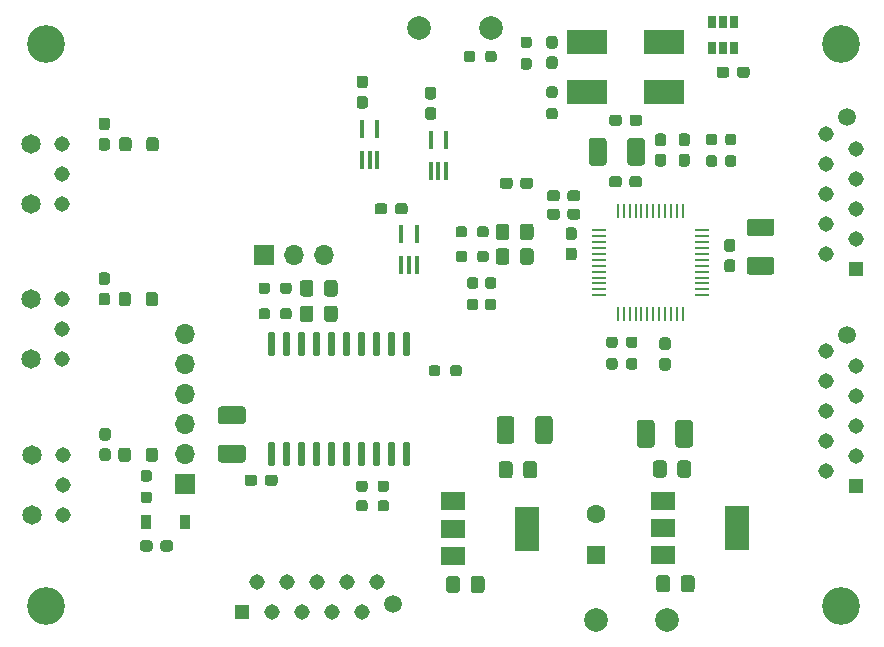
<source format=gbr>
G04 #@! TF.GenerationSoftware,KiCad,Pcbnew,(5.1.10-0-10_14)*
G04 #@! TF.CreationDate,2021-05-14T15:54:12+02:00*
G04 #@! TF.ProjectId,dac,6461632e-6b69-4636-9164-5f7063625858,rev?*
G04 #@! TF.SameCoordinates,Original*
G04 #@! TF.FileFunction,Soldermask,Top*
G04 #@! TF.FilePolarity,Negative*
%FSLAX46Y46*%
G04 Gerber Fmt 4.6, Leading zero omitted, Abs format (unit mm)*
G04 Created by KiCad (PCBNEW (5.1.10-0-10_14)) date 2021-05-14 15:54:12*
%MOMM*%
%LPD*%
G01*
G04 APERTURE LIST*
%ADD10C,1.308000*%
%ADD11C,1.650000*%
%ADD12R,0.400000X1.500000*%
%ADD13C,2.000000*%
%ADD14R,1.308000X1.308000*%
%ADD15C,1.500000*%
%ADD16O,1.700000X1.700000*%
%ADD17R,1.700000X1.700000*%
%ADD18R,0.900000X1.200000*%
%ADD19R,0.650000X1.060000*%
%ADD20R,2.000000X1.500000*%
%ADD21R,2.000000X3.800000*%
%ADD22R,3.500000X2.000000*%
%ADD23C,1.600000*%
%ADD24R,1.600000X1.600000*%
%ADD25C,3.200000*%
%ADD26R,1.300000X0.250000*%
%ADD27R,0.250000X1.300000*%
G04 APERTURE END LIST*
D10*
X115088500Y-96393000D03*
X115088500Y-98933000D03*
X115088500Y-101473000D03*
D11*
X112458500Y-101473000D03*
X112458500Y-96393000D03*
D10*
X115025000Y-83185000D03*
X115025000Y-85725000D03*
X115025000Y-88265000D03*
D11*
X112395000Y-88265000D03*
X112395000Y-83185000D03*
D10*
X115025000Y-70104000D03*
X115025000Y-72644000D03*
X115025000Y-75184000D03*
D11*
X112395000Y-75184000D03*
X112395000Y-70104000D03*
D12*
X143778001Y-77692001D03*
X145078001Y-77692001D03*
X145078001Y-80352001D03*
X144428001Y-80352001D03*
X143778001Y-80352001D03*
G36*
G01*
X122107500Y-96743001D02*
X122107500Y-96042999D01*
G75*
G02*
X122357499Y-95793000I249999J0D01*
G01*
X122907501Y-95793000D01*
G75*
G02*
X123157500Y-96042999I0J-249999D01*
G01*
X123157500Y-96743001D01*
G75*
G02*
X122907501Y-96993000I-249999J0D01*
G01*
X122357499Y-96993000D01*
G75*
G02*
X122107500Y-96743001I0J249999D01*
G01*
G37*
G36*
G01*
X119807500Y-96743001D02*
X119807500Y-96042999D01*
G75*
G02*
X120057499Y-95793000I249999J0D01*
G01*
X120607501Y-95793000D01*
G75*
G02*
X120857500Y-96042999I0J-249999D01*
G01*
X120857500Y-96743001D01*
G75*
G02*
X120607501Y-96993000I-249999J0D01*
G01*
X120057499Y-96993000D01*
G75*
G02*
X119807500Y-96743001I0J249999D01*
G01*
G37*
G36*
G01*
X142576500Y-75327500D02*
X142576500Y-75802500D01*
G75*
G02*
X142339000Y-76040000I-237500J0D01*
G01*
X141739000Y-76040000D01*
G75*
G02*
X141501500Y-75802500I0J237500D01*
G01*
X141501500Y-75327500D01*
G75*
G02*
X141739000Y-75090000I237500J0D01*
G01*
X142339000Y-75090000D01*
G75*
G02*
X142576500Y-75327500I0J-237500D01*
G01*
G37*
G36*
G01*
X144301500Y-75327500D02*
X144301500Y-75802500D01*
G75*
G02*
X144064000Y-76040000I-237500J0D01*
G01*
X143464000Y-76040000D01*
G75*
G02*
X143226500Y-75802500I0J237500D01*
G01*
X143226500Y-75327500D01*
G75*
G02*
X143464000Y-75090000I237500J0D01*
G01*
X144064000Y-75090000D01*
G75*
G02*
X144301500Y-75327500I0J-237500D01*
G01*
G37*
G36*
G01*
X118444000Y-95855500D02*
X118919000Y-95855500D01*
G75*
G02*
X119156500Y-96093000I0J-237500D01*
G01*
X119156500Y-96693000D01*
G75*
G02*
X118919000Y-96930500I-237500J0D01*
G01*
X118444000Y-96930500D01*
G75*
G02*
X118206500Y-96693000I0J237500D01*
G01*
X118206500Y-96093000D01*
G75*
G02*
X118444000Y-95855500I237500J0D01*
G01*
G37*
G36*
G01*
X118444000Y-94130500D02*
X118919000Y-94130500D01*
G75*
G02*
X119156500Y-94368000I0J-237500D01*
G01*
X119156500Y-94968000D01*
G75*
G02*
X118919000Y-95205500I-237500J0D01*
G01*
X118444000Y-95205500D01*
G75*
G02*
X118206500Y-94968000I0J237500D01*
G01*
X118206500Y-94368000D01*
G75*
G02*
X118444000Y-94130500I237500J0D01*
G01*
G37*
G36*
G01*
X150856500Y-62912000D02*
X150856500Y-62437000D01*
G75*
G02*
X151094000Y-62199500I237500J0D01*
G01*
X151594000Y-62199500D01*
G75*
G02*
X151831500Y-62437000I0J-237500D01*
G01*
X151831500Y-62912000D01*
G75*
G02*
X151594000Y-63149500I-237500J0D01*
G01*
X151094000Y-63149500D01*
G75*
G02*
X150856500Y-62912000I0J237500D01*
G01*
G37*
G36*
G01*
X149031500Y-62912000D02*
X149031500Y-62437000D01*
G75*
G02*
X149269000Y-62199500I237500J0D01*
G01*
X149769000Y-62199500D01*
G75*
G02*
X150006500Y-62437000I0J-237500D01*
G01*
X150006500Y-62912000D01*
G75*
G02*
X149769000Y-63149500I-237500J0D01*
G01*
X149269000Y-63149500D01*
G75*
G02*
X149031500Y-62912000I0J237500D01*
G01*
G37*
D13*
X145288000Y-60261500D03*
X151320500Y-60261500D03*
G36*
G01*
X153831000Y-73643500D02*
X153831000Y-73168500D01*
G75*
G02*
X154068500Y-72931000I237500J0D01*
G01*
X154668500Y-72931000D01*
G75*
G02*
X154906000Y-73168500I0J-237500D01*
G01*
X154906000Y-73643500D01*
G75*
G02*
X154668500Y-73881000I-237500J0D01*
G01*
X154068500Y-73881000D01*
G75*
G02*
X153831000Y-73643500I0J237500D01*
G01*
G37*
G36*
G01*
X152106000Y-73643500D02*
X152106000Y-73168500D01*
G75*
G02*
X152343500Y-72931000I237500J0D01*
G01*
X152943500Y-72931000D01*
G75*
G02*
X153181000Y-73168500I0J-237500D01*
G01*
X153181000Y-73643500D01*
G75*
G02*
X152943500Y-73881000I-237500J0D01*
G01*
X152343500Y-73881000D01*
G75*
G02*
X152106000Y-73643500I0J237500D01*
G01*
G37*
G36*
G01*
X157831500Y-74710300D02*
X157831500Y-74235300D01*
G75*
G02*
X158069000Y-73997800I237500J0D01*
G01*
X158669000Y-73997800D01*
G75*
G02*
X158906500Y-74235300I0J-237500D01*
G01*
X158906500Y-74710300D01*
G75*
G02*
X158669000Y-74947800I-237500J0D01*
G01*
X158069000Y-74947800D01*
G75*
G02*
X157831500Y-74710300I0J237500D01*
G01*
G37*
G36*
G01*
X156106500Y-74710300D02*
X156106500Y-74235300D01*
G75*
G02*
X156344000Y-73997800I237500J0D01*
G01*
X156944000Y-73997800D01*
G75*
G02*
X157181500Y-74235300I0J-237500D01*
G01*
X157181500Y-74710300D01*
G75*
G02*
X156944000Y-74947800I-237500J0D01*
G01*
X156344000Y-74947800D01*
G75*
G02*
X156106500Y-74710300I0J237500D01*
G01*
G37*
G36*
G01*
X157829300Y-76259700D02*
X157829300Y-75784700D01*
G75*
G02*
X158066800Y-75547200I237500J0D01*
G01*
X158666800Y-75547200D01*
G75*
G02*
X158904300Y-75784700I0J-237500D01*
G01*
X158904300Y-76259700D01*
G75*
G02*
X158666800Y-76497200I-237500J0D01*
G01*
X158066800Y-76497200D01*
G75*
G02*
X157829300Y-76259700I0J237500D01*
G01*
G37*
G36*
G01*
X156104300Y-76259700D02*
X156104300Y-75784700D01*
G75*
G02*
X156341800Y-75547200I237500J0D01*
G01*
X156941800Y-75547200D01*
G75*
G02*
X157179300Y-75784700I0J-237500D01*
G01*
X157179300Y-76259700D01*
G75*
G02*
X156941800Y-76497200I-237500J0D01*
G01*
X156341800Y-76497200D01*
G75*
G02*
X156104300Y-76259700I0J237500D01*
G01*
G37*
D14*
X130238500Y-109728000D03*
D10*
X131508500Y-107188000D03*
X132778500Y-109728000D03*
X134048500Y-107188000D03*
X135318500Y-109728000D03*
X136588500Y-107188000D03*
X137858500Y-109728000D03*
X139128500Y-107188000D03*
X140398500Y-109728000D03*
X141668500Y-107188000D03*
D15*
X143068500Y-108988000D03*
D14*
X182245000Y-99060000D03*
D10*
X179705000Y-97790000D03*
X182245000Y-96520000D03*
X179705000Y-95250000D03*
X182245000Y-93980000D03*
X179705000Y-92710000D03*
X182245000Y-91440000D03*
X179705000Y-90170000D03*
X182245000Y-88900000D03*
X179705000Y-87630000D03*
D15*
X181505000Y-86230000D03*
D14*
X182245000Y-80645000D03*
D10*
X179705000Y-79375000D03*
X182245000Y-78105000D03*
X179705000Y-76835000D03*
X182245000Y-75565000D03*
X179705000Y-74295000D03*
X182245000Y-73025000D03*
X179705000Y-71755000D03*
X182245000Y-70485000D03*
X179705000Y-69215000D03*
D15*
X181505000Y-67815000D03*
G36*
G01*
X147062000Y-89043500D02*
X147062000Y-89518500D01*
G75*
G02*
X146824500Y-89756000I-237500J0D01*
G01*
X146324500Y-89756000D01*
G75*
G02*
X146087000Y-89518500I0J237500D01*
G01*
X146087000Y-89043500D01*
G75*
G02*
X146324500Y-88806000I237500J0D01*
G01*
X146824500Y-88806000D01*
G75*
G02*
X147062000Y-89043500I0J-237500D01*
G01*
G37*
G36*
G01*
X148887000Y-89043500D02*
X148887000Y-89518500D01*
G75*
G02*
X148649500Y-89756000I-237500J0D01*
G01*
X148149500Y-89756000D01*
G75*
G02*
X147912000Y-89518500I0J237500D01*
G01*
X147912000Y-89043500D01*
G75*
G02*
X148149500Y-88806000I237500J0D01*
G01*
X148649500Y-88806000D01*
G75*
G02*
X148887000Y-89043500I0J-237500D01*
G01*
G37*
G36*
G01*
X121936500Y-99508500D02*
X122411500Y-99508500D01*
G75*
G02*
X122649000Y-99746000I0J-237500D01*
G01*
X122649000Y-100246000D01*
G75*
G02*
X122411500Y-100483500I-237500J0D01*
G01*
X121936500Y-100483500D01*
G75*
G02*
X121699000Y-100246000I0J237500D01*
G01*
X121699000Y-99746000D01*
G75*
G02*
X121936500Y-99508500I237500J0D01*
G01*
G37*
G36*
G01*
X121936500Y-97683500D02*
X122411500Y-97683500D01*
G75*
G02*
X122649000Y-97921000I0J-237500D01*
G01*
X122649000Y-98421000D01*
G75*
G02*
X122411500Y-98658500I-237500J0D01*
G01*
X121936500Y-98658500D01*
G75*
G02*
X121699000Y-98421000I0J237500D01*
G01*
X121699000Y-97921000D01*
G75*
G02*
X121936500Y-97683500I237500J0D01*
G01*
G37*
D16*
X137223500Y-79438500D03*
X134683500Y-79438500D03*
D17*
X132143500Y-79438500D03*
D18*
X122176000Y-102044500D03*
X125476000Y-102044500D03*
G36*
G01*
X123361500Y-104352100D02*
X123361500Y-103877100D01*
G75*
G02*
X123599000Y-103639600I237500J0D01*
G01*
X124199000Y-103639600D01*
G75*
G02*
X124436500Y-103877100I0J-237500D01*
G01*
X124436500Y-104352100D01*
G75*
G02*
X124199000Y-104589600I-237500J0D01*
G01*
X123599000Y-104589600D01*
G75*
G02*
X123361500Y-104352100I0J237500D01*
G01*
G37*
G36*
G01*
X121636500Y-104352100D02*
X121636500Y-103877100D01*
G75*
G02*
X121874000Y-103639600I237500J0D01*
G01*
X122474000Y-103639600D01*
G75*
G02*
X122711500Y-103877100I0J-237500D01*
G01*
X122711500Y-104352100D01*
G75*
G02*
X122474000Y-104589600I-237500J0D01*
G01*
X121874000Y-104589600D01*
G75*
G02*
X121636500Y-104352100I0J237500D01*
G01*
G37*
G36*
G01*
X122120200Y-83560401D02*
X122120200Y-82860399D01*
G75*
G02*
X122370199Y-82610400I249999J0D01*
G01*
X122920201Y-82610400D01*
G75*
G02*
X123170200Y-82860399I0J-249999D01*
G01*
X123170200Y-83560401D01*
G75*
G02*
X122920201Y-83810400I-249999J0D01*
G01*
X122370199Y-83810400D01*
G75*
G02*
X122120200Y-83560401I0J249999D01*
G01*
G37*
G36*
G01*
X119820200Y-83560401D02*
X119820200Y-82860399D01*
G75*
G02*
X120070199Y-82610400I249999J0D01*
G01*
X120620201Y-82610400D01*
G75*
G02*
X120870200Y-82860399I0J-249999D01*
G01*
X120870200Y-83560401D01*
G75*
G02*
X120620201Y-83810400I-249999J0D01*
G01*
X120070199Y-83810400D01*
G75*
G02*
X119820200Y-83560401I0J249999D01*
G01*
G37*
G36*
G01*
X122171000Y-70454001D02*
X122171000Y-69753999D01*
G75*
G02*
X122420999Y-69504000I249999J0D01*
G01*
X122971001Y-69504000D01*
G75*
G02*
X123221000Y-69753999I0J-249999D01*
G01*
X123221000Y-70454001D01*
G75*
G02*
X122971001Y-70704000I-249999J0D01*
G01*
X122420999Y-70704000D01*
G75*
G02*
X122171000Y-70454001I0J249999D01*
G01*
G37*
G36*
G01*
X119871000Y-70454001D02*
X119871000Y-69753999D01*
G75*
G02*
X120120999Y-69504000I249999J0D01*
G01*
X120671001Y-69504000D01*
G75*
G02*
X120921000Y-69753999I0J-249999D01*
G01*
X120921000Y-70454001D01*
G75*
G02*
X120671001Y-70704000I-249999J0D01*
G01*
X120120999Y-70704000D01*
G75*
G02*
X119871000Y-70454001I0J249999D01*
G01*
G37*
G36*
G01*
X141752500Y-100948500D02*
X141752500Y-100473500D01*
G75*
G02*
X141990000Y-100236000I237500J0D01*
G01*
X142490000Y-100236000D01*
G75*
G02*
X142727500Y-100473500I0J-237500D01*
G01*
X142727500Y-100948500D01*
G75*
G02*
X142490000Y-101186000I-237500J0D01*
G01*
X141990000Y-101186000D01*
G75*
G02*
X141752500Y-100948500I0J237500D01*
G01*
G37*
G36*
G01*
X139927500Y-100948500D02*
X139927500Y-100473500D01*
G75*
G02*
X140165000Y-100236000I237500J0D01*
G01*
X140665000Y-100236000D01*
G75*
G02*
X140902500Y-100473500I0J-237500D01*
G01*
X140902500Y-100948500D01*
G75*
G02*
X140665000Y-101186000I-237500J0D01*
G01*
X140165000Y-101186000D01*
G75*
G02*
X139927500Y-100948500I0J237500D01*
G01*
G37*
G36*
G01*
X141752500Y-99297500D02*
X141752500Y-98822500D01*
G75*
G02*
X141990000Y-98585000I237500J0D01*
G01*
X142490000Y-98585000D01*
G75*
G02*
X142727500Y-98822500I0J-237500D01*
G01*
X142727500Y-99297500D01*
G75*
G02*
X142490000Y-99535000I-237500J0D01*
G01*
X141990000Y-99535000D01*
G75*
G02*
X141752500Y-99297500I0J237500D01*
G01*
G37*
G36*
G01*
X139927500Y-99297500D02*
X139927500Y-98822500D01*
G75*
G02*
X140165000Y-98585000I237500J0D01*
G01*
X140665000Y-98585000D01*
G75*
G02*
X140902500Y-98822500I0J-237500D01*
G01*
X140902500Y-99297500D01*
G75*
G02*
X140665000Y-99535000I-237500J0D01*
G01*
X140165000Y-99535000D01*
G75*
G02*
X139927500Y-99297500I0J237500D01*
G01*
G37*
G36*
G01*
X133497500Y-84692500D02*
X133497500Y-84217500D01*
G75*
G02*
X133735000Y-83980000I237500J0D01*
G01*
X134235000Y-83980000D01*
G75*
G02*
X134472500Y-84217500I0J-237500D01*
G01*
X134472500Y-84692500D01*
G75*
G02*
X134235000Y-84930000I-237500J0D01*
G01*
X133735000Y-84930000D01*
G75*
G02*
X133497500Y-84692500I0J237500D01*
G01*
G37*
G36*
G01*
X131672500Y-84692500D02*
X131672500Y-84217500D01*
G75*
G02*
X131910000Y-83980000I237500J0D01*
G01*
X132410000Y-83980000D01*
G75*
G02*
X132647500Y-84217500I0J-237500D01*
G01*
X132647500Y-84692500D01*
G75*
G02*
X132410000Y-84930000I-237500J0D01*
G01*
X131910000Y-84930000D01*
G75*
G02*
X131672500Y-84692500I0J237500D01*
G01*
G37*
G36*
G01*
X133497500Y-82533500D02*
X133497500Y-82058500D01*
G75*
G02*
X133735000Y-81821000I237500J0D01*
G01*
X134235000Y-81821000D01*
G75*
G02*
X134472500Y-82058500I0J-237500D01*
G01*
X134472500Y-82533500D01*
G75*
G02*
X134235000Y-82771000I-237500J0D01*
G01*
X133735000Y-82771000D01*
G75*
G02*
X133497500Y-82533500I0J237500D01*
G01*
G37*
G36*
G01*
X131672500Y-82533500D02*
X131672500Y-82058500D01*
G75*
G02*
X131910000Y-81821000I237500J0D01*
G01*
X132410000Y-81821000D01*
G75*
G02*
X132647500Y-82058500I0J-237500D01*
G01*
X132647500Y-82533500D01*
G75*
G02*
X132410000Y-82771000I-237500J0D01*
G01*
X131910000Y-82771000D01*
G75*
G02*
X131672500Y-82533500I0J237500D01*
G01*
G37*
G36*
G01*
X136320000Y-84004999D02*
X136320000Y-84905001D01*
G75*
G02*
X136070001Y-85155000I-249999J0D01*
G01*
X135419999Y-85155000D01*
G75*
G02*
X135170000Y-84905001I0J249999D01*
G01*
X135170000Y-84004999D01*
G75*
G02*
X135419999Y-83755000I249999J0D01*
G01*
X136070001Y-83755000D01*
G75*
G02*
X136320000Y-84004999I0J-249999D01*
G01*
G37*
G36*
G01*
X138370000Y-84004999D02*
X138370000Y-84905001D01*
G75*
G02*
X138120001Y-85155000I-249999J0D01*
G01*
X137469999Y-85155000D01*
G75*
G02*
X137220000Y-84905001I0J249999D01*
G01*
X137220000Y-84004999D01*
G75*
G02*
X137469999Y-83755000I249999J0D01*
G01*
X138120001Y-83755000D01*
G75*
G02*
X138370000Y-84004999I0J-249999D01*
G01*
G37*
G36*
G01*
X136320000Y-81845999D02*
X136320000Y-82746001D01*
G75*
G02*
X136070001Y-82996000I-249999J0D01*
G01*
X135419999Y-82996000D01*
G75*
G02*
X135170000Y-82746001I0J249999D01*
G01*
X135170000Y-81845999D01*
G75*
G02*
X135419999Y-81596000I249999J0D01*
G01*
X136070001Y-81596000D01*
G75*
G02*
X136320000Y-81845999I0J-249999D01*
G01*
G37*
G36*
G01*
X138370000Y-81845999D02*
X138370000Y-82746001D01*
G75*
G02*
X138120001Y-82996000I-249999J0D01*
G01*
X137469999Y-82996000D01*
G75*
G02*
X137220000Y-82746001I0J249999D01*
G01*
X137220000Y-81845999D01*
G75*
G02*
X137469999Y-81596000I249999J0D01*
G01*
X138120001Y-81596000D01*
G75*
G02*
X138370000Y-81845999I0J-249999D01*
G01*
G37*
G36*
G01*
X163089300Y-68309500D02*
X163089300Y-67834500D01*
G75*
G02*
X163326800Y-67597000I237500J0D01*
G01*
X163926800Y-67597000D01*
G75*
G02*
X164164300Y-67834500I0J-237500D01*
G01*
X164164300Y-68309500D01*
G75*
G02*
X163926800Y-68547000I-237500J0D01*
G01*
X163326800Y-68547000D01*
G75*
G02*
X163089300Y-68309500I0J237500D01*
G01*
G37*
G36*
G01*
X161364300Y-68309500D02*
X161364300Y-67834500D01*
G75*
G02*
X161601800Y-67597000I237500J0D01*
G01*
X162201800Y-67597000D01*
G75*
G02*
X162439300Y-67834500I0J-237500D01*
G01*
X162439300Y-68309500D01*
G75*
G02*
X162201800Y-68547000I-237500J0D01*
G01*
X161601800Y-68547000D01*
G75*
G02*
X161364300Y-68309500I0J237500D01*
G01*
G37*
D12*
X146240500Y-69730000D03*
X147540500Y-69730000D03*
X147540500Y-72390000D03*
X146890500Y-72390000D03*
X146240500Y-72390000D03*
X140447000Y-68790200D03*
X141747000Y-68790200D03*
X141747000Y-71450200D03*
X141097000Y-71450200D03*
X140447000Y-71450200D03*
G36*
G01*
X146478000Y-66313000D02*
X146003000Y-66313000D01*
G75*
G02*
X145765500Y-66075500I0J237500D01*
G01*
X145765500Y-65475500D01*
G75*
G02*
X146003000Y-65238000I237500J0D01*
G01*
X146478000Y-65238000D01*
G75*
G02*
X146715500Y-65475500I0J-237500D01*
G01*
X146715500Y-66075500D01*
G75*
G02*
X146478000Y-66313000I-237500J0D01*
G01*
G37*
G36*
G01*
X146478000Y-68038000D02*
X146003000Y-68038000D01*
G75*
G02*
X145765500Y-67800500I0J237500D01*
G01*
X145765500Y-67200500D01*
G75*
G02*
X146003000Y-66963000I237500J0D01*
G01*
X146478000Y-66963000D01*
G75*
G02*
X146715500Y-67200500I0J-237500D01*
G01*
X146715500Y-67800500D01*
G75*
G02*
X146478000Y-68038000I-237500J0D01*
G01*
G37*
G36*
G01*
X140699500Y-65360500D02*
X140224500Y-65360500D01*
G75*
G02*
X139987000Y-65123000I0J237500D01*
G01*
X139987000Y-64523000D01*
G75*
G02*
X140224500Y-64285500I237500J0D01*
G01*
X140699500Y-64285500D01*
G75*
G02*
X140937000Y-64523000I0J-237500D01*
G01*
X140937000Y-65123000D01*
G75*
G02*
X140699500Y-65360500I-237500J0D01*
G01*
G37*
G36*
G01*
X140699500Y-67085500D02*
X140224500Y-67085500D01*
G75*
G02*
X139987000Y-66848000I0J237500D01*
G01*
X139987000Y-66248000D01*
G75*
G02*
X140224500Y-66010500I237500J0D01*
G01*
X140699500Y-66010500D01*
G75*
G02*
X140937000Y-66248000I0J-237500D01*
G01*
X140937000Y-66848000D01*
G75*
G02*
X140699500Y-67085500I-237500J0D01*
G01*
G37*
D19*
X170977600Y-61925200D03*
X171927600Y-61925200D03*
X170027600Y-61925200D03*
X170027600Y-59725200D03*
X170977600Y-59725200D03*
X171927600Y-59725200D03*
G36*
G01*
X171530300Y-63770500D02*
X171530300Y-64245500D01*
G75*
G02*
X171292800Y-64483000I-237500J0D01*
G01*
X170692800Y-64483000D01*
G75*
G02*
X170455300Y-64245500I0J237500D01*
G01*
X170455300Y-63770500D01*
G75*
G02*
X170692800Y-63533000I237500J0D01*
G01*
X171292800Y-63533000D01*
G75*
G02*
X171530300Y-63770500I0J-237500D01*
G01*
G37*
G36*
G01*
X173255300Y-63770500D02*
X173255300Y-64245500D01*
G75*
G02*
X173017800Y-64483000I-237500J0D01*
G01*
X172417800Y-64483000D01*
G75*
G02*
X172180300Y-64245500I0J237500D01*
G01*
X172180300Y-63770500D01*
G75*
G02*
X172417800Y-63533000I237500J0D01*
G01*
X173017800Y-63533000D01*
G75*
G02*
X173255300Y-63770500I0J-237500D01*
G01*
G37*
G36*
G01*
X156752300Y-66171900D02*
X156277300Y-66171900D01*
G75*
G02*
X156039800Y-65934400I0J237500D01*
G01*
X156039800Y-65434400D01*
G75*
G02*
X156277300Y-65196900I237500J0D01*
G01*
X156752300Y-65196900D01*
G75*
G02*
X156989800Y-65434400I0J-237500D01*
G01*
X156989800Y-65934400D01*
G75*
G02*
X156752300Y-66171900I-237500J0D01*
G01*
G37*
G36*
G01*
X156752300Y-67996900D02*
X156277300Y-67996900D01*
G75*
G02*
X156039800Y-67759400I0J237500D01*
G01*
X156039800Y-67259400D01*
G75*
G02*
X156277300Y-67021900I237500J0D01*
G01*
X156752300Y-67021900D01*
G75*
G02*
X156989800Y-67259400I0J-237500D01*
G01*
X156989800Y-67759400D01*
G75*
G02*
X156752300Y-67996900I-237500J0D01*
G01*
G37*
G36*
G01*
X154567900Y-61955500D02*
X154092900Y-61955500D01*
G75*
G02*
X153855400Y-61718000I0J237500D01*
G01*
X153855400Y-61218000D01*
G75*
G02*
X154092900Y-60980500I237500J0D01*
G01*
X154567900Y-60980500D01*
G75*
G02*
X154805400Y-61218000I0J-237500D01*
G01*
X154805400Y-61718000D01*
G75*
G02*
X154567900Y-61955500I-237500J0D01*
G01*
G37*
G36*
G01*
X154567900Y-63780500D02*
X154092900Y-63780500D01*
G75*
G02*
X153855400Y-63543000I0J237500D01*
G01*
X153855400Y-63043000D01*
G75*
G02*
X154092900Y-62805500I237500J0D01*
G01*
X154567900Y-62805500D01*
G75*
G02*
X154805400Y-63043000I0J-237500D01*
G01*
X154805400Y-63543000D01*
G75*
G02*
X154567900Y-63780500I-237500J0D01*
G01*
G37*
G36*
G01*
X170265100Y-70188900D02*
X169790100Y-70188900D01*
G75*
G02*
X169552600Y-69951400I0J237500D01*
G01*
X169552600Y-69451400D01*
G75*
G02*
X169790100Y-69213900I237500J0D01*
G01*
X170265100Y-69213900D01*
G75*
G02*
X170502600Y-69451400I0J-237500D01*
G01*
X170502600Y-69951400D01*
G75*
G02*
X170265100Y-70188900I-237500J0D01*
G01*
G37*
G36*
G01*
X170265100Y-72013900D02*
X169790100Y-72013900D01*
G75*
G02*
X169552600Y-71776400I0J237500D01*
G01*
X169552600Y-71276400D01*
G75*
G02*
X169790100Y-71038900I237500J0D01*
G01*
X170265100Y-71038900D01*
G75*
G02*
X170502600Y-71276400I0J-237500D01*
G01*
X170502600Y-71776400D01*
G75*
G02*
X170265100Y-72013900I-237500J0D01*
G01*
G37*
G36*
G01*
X171890700Y-70188900D02*
X171415700Y-70188900D01*
G75*
G02*
X171178200Y-69951400I0J237500D01*
G01*
X171178200Y-69451400D01*
G75*
G02*
X171415700Y-69213900I237500J0D01*
G01*
X171890700Y-69213900D01*
G75*
G02*
X172128200Y-69451400I0J-237500D01*
G01*
X172128200Y-69951400D01*
G75*
G02*
X171890700Y-70188900I-237500J0D01*
G01*
G37*
G36*
G01*
X171890700Y-72013900D02*
X171415700Y-72013900D01*
G75*
G02*
X171178200Y-71776400I0J237500D01*
G01*
X171178200Y-71276400D01*
G75*
G02*
X171415700Y-71038900I237500J0D01*
G01*
X171890700Y-71038900D01*
G75*
G02*
X172128200Y-71276400I0J-237500D01*
G01*
X172128200Y-71776400D01*
G75*
G02*
X171890700Y-72013900I-237500J0D01*
G01*
G37*
G36*
G01*
X161357300Y-88205500D02*
X161832300Y-88205500D01*
G75*
G02*
X162069800Y-88443000I0J-237500D01*
G01*
X162069800Y-88943000D01*
G75*
G02*
X161832300Y-89180500I-237500J0D01*
G01*
X161357300Y-89180500D01*
G75*
G02*
X161119800Y-88943000I0J237500D01*
G01*
X161119800Y-88443000D01*
G75*
G02*
X161357300Y-88205500I237500J0D01*
G01*
G37*
G36*
G01*
X161357300Y-86380500D02*
X161832300Y-86380500D01*
G75*
G02*
X162069800Y-86618000I0J-237500D01*
G01*
X162069800Y-87118000D01*
G75*
G02*
X161832300Y-87355500I-237500J0D01*
G01*
X161357300Y-87355500D01*
G75*
G02*
X161119800Y-87118000I0J237500D01*
G01*
X161119800Y-86618000D01*
G75*
G02*
X161357300Y-86380500I237500J0D01*
G01*
G37*
G36*
G01*
X163033700Y-88205500D02*
X163508700Y-88205500D01*
G75*
G02*
X163746200Y-88443000I0J-237500D01*
G01*
X163746200Y-88943000D01*
G75*
G02*
X163508700Y-89180500I-237500J0D01*
G01*
X163033700Y-89180500D01*
G75*
G02*
X162796200Y-88943000I0J237500D01*
G01*
X162796200Y-88443000D01*
G75*
G02*
X163033700Y-88205500I237500J0D01*
G01*
G37*
G36*
G01*
X163033700Y-86380500D02*
X163508700Y-86380500D01*
G75*
G02*
X163746200Y-86618000I0J-237500D01*
G01*
X163746200Y-87118000D01*
G75*
G02*
X163508700Y-87355500I-237500J0D01*
G01*
X163033700Y-87355500D01*
G75*
G02*
X162796200Y-87118000I0J237500D01*
G01*
X162796200Y-86618000D01*
G75*
G02*
X163033700Y-86380500I237500J0D01*
G01*
G37*
G36*
G01*
X150185300Y-77758300D02*
X150185300Y-77283300D01*
G75*
G02*
X150422800Y-77045800I237500J0D01*
G01*
X150922800Y-77045800D01*
G75*
G02*
X151160300Y-77283300I0J-237500D01*
G01*
X151160300Y-77758300D01*
G75*
G02*
X150922800Y-77995800I-237500J0D01*
G01*
X150422800Y-77995800D01*
G75*
G02*
X150185300Y-77758300I0J237500D01*
G01*
G37*
G36*
G01*
X148360300Y-77758300D02*
X148360300Y-77283300D01*
G75*
G02*
X148597800Y-77045800I237500J0D01*
G01*
X149097800Y-77045800D01*
G75*
G02*
X149335300Y-77283300I0J-237500D01*
G01*
X149335300Y-77758300D01*
G75*
G02*
X149097800Y-77995800I-237500J0D01*
G01*
X148597800Y-77995800D01*
G75*
G02*
X148360300Y-77758300I0J237500D01*
G01*
G37*
G36*
G01*
X150181500Y-79841100D02*
X150181500Y-79366100D01*
G75*
G02*
X150419000Y-79128600I237500J0D01*
G01*
X150919000Y-79128600D01*
G75*
G02*
X151156500Y-79366100I0J-237500D01*
G01*
X151156500Y-79841100D01*
G75*
G02*
X150919000Y-80078600I-237500J0D01*
G01*
X150419000Y-80078600D01*
G75*
G02*
X150181500Y-79841100I0J237500D01*
G01*
G37*
G36*
G01*
X148356500Y-79841100D02*
X148356500Y-79366100D01*
G75*
G02*
X148594000Y-79128600I237500J0D01*
G01*
X149094000Y-79128600D01*
G75*
G02*
X149331500Y-79366100I0J-237500D01*
G01*
X149331500Y-79841100D01*
G75*
G02*
X149094000Y-80078600I-237500J0D01*
G01*
X148594000Y-80078600D01*
G75*
G02*
X148356500Y-79841100I0J237500D01*
G01*
G37*
D13*
X166243000Y-110363000D03*
X160210500Y-110363000D03*
G36*
G01*
X149559000Y-83189000D02*
X150034000Y-83189000D01*
G75*
G02*
X150271500Y-83426500I0J-237500D01*
G01*
X150271500Y-83926500D01*
G75*
G02*
X150034000Y-84164000I-237500J0D01*
G01*
X149559000Y-84164000D01*
G75*
G02*
X149321500Y-83926500I0J237500D01*
G01*
X149321500Y-83426500D01*
G75*
G02*
X149559000Y-83189000I237500J0D01*
G01*
G37*
G36*
G01*
X149559000Y-81364000D02*
X150034000Y-81364000D01*
G75*
G02*
X150271500Y-81601500I0J-237500D01*
G01*
X150271500Y-82101500D01*
G75*
G02*
X150034000Y-82339000I-237500J0D01*
G01*
X149559000Y-82339000D01*
G75*
G02*
X149321500Y-82101500I0J237500D01*
G01*
X149321500Y-81601500D01*
G75*
G02*
X149559000Y-81364000I237500J0D01*
G01*
G37*
G36*
G01*
X151083000Y-83189000D02*
X151558000Y-83189000D01*
G75*
G02*
X151795500Y-83426500I0J-237500D01*
G01*
X151795500Y-83926500D01*
G75*
G02*
X151558000Y-84164000I-237500J0D01*
G01*
X151083000Y-84164000D01*
G75*
G02*
X150845500Y-83926500I0J237500D01*
G01*
X150845500Y-83426500D01*
G75*
G02*
X151083000Y-83189000I237500J0D01*
G01*
G37*
G36*
G01*
X151083000Y-81364000D02*
X151558000Y-81364000D01*
G75*
G02*
X151795500Y-81601500I0J-237500D01*
G01*
X151795500Y-82101500D01*
G75*
G02*
X151558000Y-82339000I-237500J0D01*
G01*
X151083000Y-82339000D01*
G75*
G02*
X150845500Y-82101500I0J237500D01*
G01*
X150845500Y-81601500D01*
G75*
G02*
X151083000Y-81364000I237500J0D01*
G01*
G37*
G36*
G01*
X166328100Y-87532500D02*
X165853100Y-87532500D01*
G75*
G02*
X165615600Y-87295000I0J237500D01*
G01*
X165615600Y-86695000D01*
G75*
G02*
X165853100Y-86457500I237500J0D01*
G01*
X166328100Y-86457500D01*
G75*
G02*
X166565600Y-86695000I0J-237500D01*
G01*
X166565600Y-87295000D01*
G75*
G02*
X166328100Y-87532500I-237500J0D01*
G01*
G37*
G36*
G01*
X166328100Y-89257500D02*
X165853100Y-89257500D01*
G75*
G02*
X165615600Y-89020000I0J237500D01*
G01*
X165615600Y-88420000D01*
G75*
G02*
X165853100Y-88182500I237500J0D01*
G01*
X166328100Y-88182500D01*
G75*
G02*
X166565600Y-88420000I0J-237500D01*
G01*
X166565600Y-89020000D01*
G75*
G02*
X166328100Y-89257500I-237500J0D01*
G01*
G37*
G36*
G01*
X157902900Y-78860700D02*
X158377900Y-78860700D01*
G75*
G02*
X158615400Y-79098200I0J-237500D01*
G01*
X158615400Y-79698200D01*
G75*
G02*
X158377900Y-79935700I-237500J0D01*
G01*
X157902900Y-79935700D01*
G75*
G02*
X157665400Y-79698200I0J237500D01*
G01*
X157665400Y-79098200D01*
G75*
G02*
X157902900Y-78860700I237500J0D01*
G01*
G37*
G36*
G01*
X157902900Y-77135700D02*
X158377900Y-77135700D01*
G75*
G02*
X158615400Y-77373200I0J-237500D01*
G01*
X158615400Y-77973200D01*
G75*
G02*
X158377900Y-78210700I-237500J0D01*
G01*
X157902900Y-78210700D01*
G75*
G02*
X157665400Y-77973200I0J237500D01*
G01*
X157665400Y-77373200D01*
G75*
G02*
X157902900Y-77135700I237500J0D01*
G01*
G37*
G36*
G01*
X163075500Y-73516500D02*
X163075500Y-73041500D01*
G75*
G02*
X163313000Y-72804000I237500J0D01*
G01*
X163913000Y-72804000D01*
G75*
G02*
X164150500Y-73041500I0J-237500D01*
G01*
X164150500Y-73516500D01*
G75*
G02*
X163913000Y-73754000I-237500J0D01*
G01*
X163313000Y-73754000D01*
G75*
G02*
X163075500Y-73516500I0J237500D01*
G01*
G37*
G36*
G01*
X161350500Y-73516500D02*
X161350500Y-73041500D01*
G75*
G02*
X161588000Y-72804000I237500J0D01*
G01*
X162188000Y-72804000D01*
G75*
G02*
X162425500Y-73041500I0J-237500D01*
G01*
X162425500Y-73516500D01*
G75*
G02*
X162188000Y-73754000I-237500J0D01*
G01*
X161588000Y-73754000D01*
G75*
G02*
X161350500Y-73516500I0J237500D01*
G01*
G37*
G36*
G01*
X171339500Y-79853500D02*
X171814500Y-79853500D01*
G75*
G02*
X172052000Y-80091000I0J-237500D01*
G01*
X172052000Y-80691000D01*
G75*
G02*
X171814500Y-80928500I-237500J0D01*
G01*
X171339500Y-80928500D01*
G75*
G02*
X171102000Y-80691000I0J237500D01*
G01*
X171102000Y-80091000D01*
G75*
G02*
X171339500Y-79853500I237500J0D01*
G01*
G37*
G36*
G01*
X171339500Y-78128500D02*
X171814500Y-78128500D01*
G75*
G02*
X172052000Y-78366000I0J-237500D01*
G01*
X172052000Y-78966000D01*
G75*
G02*
X171814500Y-79203500I-237500J0D01*
G01*
X171339500Y-79203500D01*
G75*
G02*
X171102000Y-78966000I0J237500D01*
G01*
X171102000Y-78366000D01*
G75*
G02*
X171339500Y-78128500I237500J0D01*
G01*
G37*
G36*
G01*
X156277300Y-62657700D02*
X156752300Y-62657700D01*
G75*
G02*
X156989800Y-62895200I0J-237500D01*
G01*
X156989800Y-63495200D01*
G75*
G02*
X156752300Y-63732700I-237500J0D01*
G01*
X156277300Y-63732700D01*
G75*
G02*
X156039800Y-63495200I0J237500D01*
G01*
X156039800Y-62895200D01*
G75*
G02*
X156277300Y-62657700I237500J0D01*
G01*
G37*
G36*
G01*
X156277300Y-60932700D02*
X156752300Y-60932700D01*
G75*
G02*
X156989800Y-61170200I0J-237500D01*
G01*
X156989800Y-61770200D01*
G75*
G02*
X156752300Y-62007700I-237500J0D01*
G01*
X156277300Y-62007700D01*
G75*
G02*
X156039800Y-61770200I0J237500D01*
G01*
X156039800Y-61170200D01*
G75*
G02*
X156277300Y-60932700I237500J0D01*
G01*
G37*
G36*
G01*
X132214500Y-98789500D02*
X132214500Y-98314500D01*
G75*
G02*
X132452000Y-98077000I237500J0D01*
G01*
X133052000Y-98077000D01*
G75*
G02*
X133289500Y-98314500I0J-237500D01*
G01*
X133289500Y-98789500D01*
G75*
G02*
X133052000Y-99027000I-237500J0D01*
G01*
X132452000Y-99027000D01*
G75*
G02*
X132214500Y-98789500I0J237500D01*
G01*
G37*
G36*
G01*
X130489500Y-98789500D02*
X130489500Y-98314500D01*
G75*
G02*
X130727000Y-98077000I237500J0D01*
G01*
X131327000Y-98077000D01*
G75*
G02*
X131564500Y-98314500I0J-237500D01*
G01*
X131564500Y-98789500D01*
G75*
G02*
X131327000Y-99027000I-237500J0D01*
G01*
X130727000Y-99027000D01*
G75*
G02*
X130489500Y-98789500I0J237500D01*
G01*
G37*
G36*
G01*
X118380500Y-82672900D02*
X118855500Y-82672900D01*
G75*
G02*
X119093000Y-82910400I0J-237500D01*
G01*
X119093000Y-83510400D01*
G75*
G02*
X118855500Y-83747900I-237500J0D01*
G01*
X118380500Y-83747900D01*
G75*
G02*
X118143000Y-83510400I0J237500D01*
G01*
X118143000Y-82910400D01*
G75*
G02*
X118380500Y-82672900I237500J0D01*
G01*
G37*
G36*
G01*
X118380500Y-80947900D02*
X118855500Y-80947900D01*
G75*
G02*
X119093000Y-81185400I0J-237500D01*
G01*
X119093000Y-81785400D01*
G75*
G02*
X118855500Y-82022900I-237500J0D01*
G01*
X118380500Y-82022900D01*
G75*
G02*
X118143000Y-81785400I0J237500D01*
G01*
X118143000Y-81185400D01*
G75*
G02*
X118380500Y-80947900I237500J0D01*
G01*
G37*
G36*
G01*
X118380500Y-69566500D02*
X118855500Y-69566500D01*
G75*
G02*
X119093000Y-69804000I0J-237500D01*
G01*
X119093000Y-70404000D01*
G75*
G02*
X118855500Y-70641500I-237500J0D01*
G01*
X118380500Y-70641500D01*
G75*
G02*
X118143000Y-70404000I0J237500D01*
G01*
X118143000Y-69804000D01*
G75*
G02*
X118380500Y-69566500I237500J0D01*
G01*
G37*
G36*
G01*
X118380500Y-67841500D02*
X118855500Y-67841500D01*
G75*
G02*
X119093000Y-68079000I0J-237500D01*
G01*
X119093000Y-68679000D01*
G75*
G02*
X118855500Y-68916500I-237500J0D01*
G01*
X118380500Y-68916500D01*
G75*
G02*
X118143000Y-68679000I0J237500D01*
G01*
X118143000Y-68079000D01*
G75*
G02*
X118380500Y-67841500I237500J0D01*
G01*
G37*
G36*
G01*
X167953700Y-70262700D02*
X167478700Y-70262700D01*
G75*
G02*
X167241200Y-70025200I0J237500D01*
G01*
X167241200Y-69425200D01*
G75*
G02*
X167478700Y-69187700I237500J0D01*
G01*
X167953700Y-69187700D01*
G75*
G02*
X168191200Y-69425200I0J-237500D01*
G01*
X168191200Y-70025200D01*
G75*
G02*
X167953700Y-70262700I-237500J0D01*
G01*
G37*
G36*
G01*
X167953700Y-71987700D02*
X167478700Y-71987700D01*
G75*
G02*
X167241200Y-71750200I0J237500D01*
G01*
X167241200Y-71150200D01*
G75*
G02*
X167478700Y-70912700I237500J0D01*
G01*
X167953700Y-70912700D01*
G75*
G02*
X168191200Y-71150200I0J-237500D01*
G01*
X168191200Y-71750200D01*
G75*
G02*
X167953700Y-71987700I-237500J0D01*
G01*
G37*
G36*
G01*
X165472100Y-70912700D02*
X165947100Y-70912700D01*
G75*
G02*
X166184600Y-71150200I0J-237500D01*
G01*
X166184600Y-71750200D01*
G75*
G02*
X165947100Y-71987700I-237500J0D01*
G01*
X165472100Y-71987700D01*
G75*
G02*
X165234600Y-71750200I0J237500D01*
G01*
X165234600Y-71150200D01*
G75*
G02*
X165472100Y-70912700I237500J0D01*
G01*
G37*
G36*
G01*
X165472100Y-69187700D02*
X165947100Y-69187700D01*
G75*
G02*
X166184600Y-69425200I0J-237500D01*
G01*
X166184600Y-70025200D01*
G75*
G02*
X165947100Y-70262700I-237500J0D01*
G01*
X165472100Y-70262700D01*
G75*
G02*
X165234600Y-70025200I0J237500D01*
G01*
X165234600Y-69425200D01*
G75*
G02*
X165472100Y-69187700I237500J0D01*
G01*
G37*
D20*
X165925500Y-100302000D03*
X165925500Y-104902000D03*
X165925500Y-102602000D03*
D21*
X172225500Y-102602000D03*
D20*
X148145500Y-100341000D03*
X148145500Y-104941000D03*
X148145500Y-102641000D03*
D21*
X154445500Y-102641000D03*
D22*
X159514400Y-61484400D03*
X166014400Y-61484400D03*
X166014400Y-65684400D03*
X159514400Y-65684400D03*
G36*
G01*
X165203500Y-93690000D02*
X165203500Y-95540000D01*
G75*
G02*
X164953500Y-95790000I-250000J0D01*
G01*
X163953500Y-95790000D01*
G75*
G02*
X163703500Y-95540000I0J250000D01*
G01*
X163703500Y-93690000D01*
G75*
G02*
X163953500Y-93440000I250000J0D01*
G01*
X164953500Y-93440000D01*
G75*
G02*
X165203500Y-93690000I0J-250000D01*
G01*
G37*
G36*
G01*
X168453500Y-93690000D02*
X168453500Y-95540000D01*
G75*
G02*
X168203500Y-95790000I-250000J0D01*
G01*
X167203500Y-95790000D01*
G75*
G02*
X166953500Y-95540000I0J250000D01*
G01*
X166953500Y-93690000D01*
G75*
G02*
X167203500Y-93440000I250000J0D01*
G01*
X168203500Y-93440000D01*
G75*
G02*
X168453500Y-93690000I0J-250000D01*
G01*
G37*
G36*
G01*
X155079000Y-95222500D02*
X155079000Y-93372500D01*
G75*
G02*
X155329000Y-93122500I250000J0D01*
G01*
X156329000Y-93122500D01*
G75*
G02*
X156579000Y-93372500I0J-250000D01*
G01*
X156579000Y-95222500D01*
G75*
G02*
X156329000Y-95472500I-250000J0D01*
G01*
X155329000Y-95472500D01*
G75*
G02*
X155079000Y-95222500I0J250000D01*
G01*
G37*
G36*
G01*
X151829000Y-95222500D02*
X151829000Y-93372500D01*
G75*
G02*
X152079000Y-93122500I250000J0D01*
G01*
X153079000Y-93122500D01*
G75*
G02*
X153329000Y-93372500I0J-250000D01*
G01*
X153329000Y-95222500D01*
G75*
G02*
X153079000Y-95472500I-250000J0D01*
G01*
X152079000Y-95472500D01*
G75*
G02*
X151829000Y-95222500I0J250000D01*
G01*
G37*
G36*
G01*
X166237500Y-97124500D02*
X166237500Y-98074500D01*
G75*
G02*
X165987500Y-98324500I-250000J0D01*
G01*
X165312500Y-98324500D01*
G75*
G02*
X165062500Y-98074500I0J250000D01*
G01*
X165062500Y-97124500D01*
G75*
G02*
X165312500Y-96874500I250000J0D01*
G01*
X165987500Y-96874500D01*
G75*
G02*
X166237500Y-97124500I0J-250000D01*
G01*
G37*
G36*
G01*
X168312500Y-97124500D02*
X168312500Y-98074500D01*
G75*
G02*
X168062500Y-98324500I-250000J0D01*
G01*
X167387500Y-98324500D01*
G75*
G02*
X167137500Y-98074500I0J250000D01*
G01*
X167137500Y-97124500D01*
G75*
G02*
X167387500Y-96874500I250000J0D01*
G01*
X168062500Y-96874500D01*
G75*
G02*
X168312500Y-97124500I0J-250000D01*
G01*
G37*
G36*
G01*
X154078000Y-98138000D02*
X154078000Y-97188000D01*
G75*
G02*
X154328000Y-96938000I250000J0D01*
G01*
X155003000Y-96938000D01*
G75*
G02*
X155253000Y-97188000I0J-250000D01*
G01*
X155253000Y-98138000D01*
G75*
G02*
X155003000Y-98388000I-250000J0D01*
G01*
X154328000Y-98388000D01*
G75*
G02*
X154078000Y-98138000I0J250000D01*
G01*
G37*
G36*
G01*
X152003000Y-98138000D02*
X152003000Y-97188000D01*
G75*
G02*
X152253000Y-96938000I250000J0D01*
G01*
X152928000Y-96938000D01*
G75*
G02*
X153178000Y-97188000I0J-250000D01*
G01*
X153178000Y-98138000D01*
G75*
G02*
X152928000Y-98388000I-250000J0D01*
G01*
X152253000Y-98388000D01*
G75*
G02*
X152003000Y-98138000I0J250000D01*
G01*
G37*
G36*
G01*
X167413000Y-107790000D02*
X167413000Y-106840000D01*
G75*
G02*
X167663000Y-106590000I250000J0D01*
G01*
X168338000Y-106590000D01*
G75*
G02*
X168588000Y-106840000I0J-250000D01*
G01*
X168588000Y-107790000D01*
G75*
G02*
X168338000Y-108040000I-250000J0D01*
G01*
X167663000Y-108040000D01*
G75*
G02*
X167413000Y-107790000I0J250000D01*
G01*
G37*
G36*
G01*
X165338000Y-107790000D02*
X165338000Y-106840000D01*
G75*
G02*
X165588000Y-106590000I250000J0D01*
G01*
X166263000Y-106590000D01*
G75*
G02*
X166513000Y-106840000I0J-250000D01*
G01*
X166513000Y-107790000D01*
G75*
G02*
X166263000Y-108040000I-250000J0D01*
G01*
X165588000Y-108040000D01*
G75*
G02*
X165338000Y-107790000I0J250000D01*
G01*
G37*
G36*
G01*
X149633000Y-107853500D02*
X149633000Y-106903500D01*
G75*
G02*
X149883000Y-106653500I250000J0D01*
G01*
X150558000Y-106653500D01*
G75*
G02*
X150808000Y-106903500I0J-250000D01*
G01*
X150808000Y-107853500D01*
G75*
G02*
X150558000Y-108103500I-250000J0D01*
G01*
X149883000Y-108103500D01*
G75*
G02*
X149633000Y-107853500I0J250000D01*
G01*
G37*
G36*
G01*
X147558000Y-107853500D02*
X147558000Y-106903500D01*
G75*
G02*
X147808000Y-106653500I250000J0D01*
G01*
X148483000Y-106653500D01*
G75*
G02*
X148733000Y-106903500I0J-250000D01*
G01*
X148733000Y-107853500D01*
G75*
G02*
X148483000Y-108103500I-250000J0D01*
G01*
X147808000Y-108103500D01*
G75*
G02*
X147558000Y-107853500I0J250000D01*
G01*
G37*
D23*
X160210500Y-101402000D03*
D24*
X160210500Y-104902000D03*
D16*
X125476000Y-86156800D03*
X125476000Y-88696800D03*
X125476000Y-91236800D03*
X125476000Y-93776800D03*
X125476000Y-96316800D03*
D17*
X125476000Y-98856800D03*
G36*
G01*
X161139500Y-69814000D02*
X161139500Y-71664000D01*
G75*
G02*
X160889500Y-71914000I-250000J0D01*
G01*
X159889500Y-71914000D01*
G75*
G02*
X159639500Y-71664000I0J250000D01*
G01*
X159639500Y-69814000D01*
G75*
G02*
X159889500Y-69564000I250000J0D01*
G01*
X160889500Y-69564000D01*
G75*
G02*
X161139500Y-69814000I0J-250000D01*
G01*
G37*
G36*
G01*
X164389500Y-69814000D02*
X164389500Y-71664000D01*
G75*
G02*
X164139500Y-71914000I-250000J0D01*
G01*
X163139500Y-71914000D01*
G75*
G02*
X162889500Y-71664000I0J250000D01*
G01*
X162889500Y-69814000D01*
G75*
G02*
X163139500Y-69564000I250000J0D01*
G01*
X164139500Y-69564000D01*
G75*
G02*
X164389500Y-69814000I0J-250000D01*
G01*
G37*
G36*
G01*
X175105500Y-77891000D02*
X173255500Y-77891000D01*
G75*
G02*
X173005500Y-77641000I0J250000D01*
G01*
X173005500Y-76641000D01*
G75*
G02*
X173255500Y-76391000I250000J0D01*
G01*
X175105500Y-76391000D01*
G75*
G02*
X175355500Y-76641000I0J-250000D01*
G01*
X175355500Y-77641000D01*
G75*
G02*
X175105500Y-77891000I-250000J0D01*
G01*
G37*
G36*
G01*
X175105500Y-81141000D02*
X173255500Y-81141000D01*
G75*
G02*
X173005500Y-80891000I0J250000D01*
G01*
X173005500Y-79891000D01*
G75*
G02*
X173255500Y-79641000I250000J0D01*
G01*
X175105500Y-79641000D01*
G75*
G02*
X175355500Y-79891000I0J-250000D01*
G01*
X175355500Y-80891000D01*
G75*
G02*
X175105500Y-81141000I-250000J0D01*
G01*
G37*
G36*
G01*
X130338000Y-93803500D02*
X128488000Y-93803500D01*
G75*
G02*
X128238000Y-93553500I0J250000D01*
G01*
X128238000Y-92553500D01*
G75*
G02*
X128488000Y-92303500I250000J0D01*
G01*
X130338000Y-92303500D01*
G75*
G02*
X130588000Y-92553500I0J-250000D01*
G01*
X130588000Y-93553500D01*
G75*
G02*
X130338000Y-93803500I-250000J0D01*
G01*
G37*
G36*
G01*
X130338000Y-97053500D02*
X128488000Y-97053500D01*
G75*
G02*
X128238000Y-96803500I0J250000D01*
G01*
X128238000Y-95803500D01*
G75*
G02*
X128488000Y-95553500I250000J0D01*
G01*
X130338000Y-95553500D01*
G75*
G02*
X130588000Y-95803500I0J-250000D01*
G01*
X130588000Y-96803500D01*
G75*
G02*
X130338000Y-97053500I-250000J0D01*
G01*
G37*
G36*
G01*
X132928500Y-88054500D02*
X132628500Y-88054500D01*
G75*
G02*
X132478500Y-87904500I0J150000D01*
G01*
X132478500Y-86154500D01*
G75*
G02*
X132628500Y-86004500I150000J0D01*
G01*
X132928500Y-86004500D01*
G75*
G02*
X133078500Y-86154500I0J-150000D01*
G01*
X133078500Y-87904500D01*
G75*
G02*
X132928500Y-88054500I-150000J0D01*
G01*
G37*
G36*
G01*
X134198500Y-88054500D02*
X133898500Y-88054500D01*
G75*
G02*
X133748500Y-87904500I0J150000D01*
G01*
X133748500Y-86154500D01*
G75*
G02*
X133898500Y-86004500I150000J0D01*
G01*
X134198500Y-86004500D01*
G75*
G02*
X134348500Y-86154500I0J-150000D01*
G01*
X134348500Y-87904500D01*
G75*
G02*
X134198500Y-88054500I-150000J0D01*
G01*
G37*
G36*
G01*
X135468500Y-88054500D02*
X135168500Y-88054500D01*
G75*
G02*
X135018500Y-87904500I0J150000D01*
G01*
X135018500Y-86154500D01*
G75*
G02*
X135168500Y-86004500I150000J0D01*
G01*
X135468500Y-86004500D01*
G75*
G02*
X135618500Y-86154500I0J-150000D01*
G01*
X135618500Y-87904500D01*
G75*
G02*
X135468500Y-88054500I-150000J0D01*
G01*
G37*
G36*
G01*
X136738500Y-88054500D02*
X136438500Y-88054500D01*
G75*
G02*
X136288500Y-87904500I0J150000D01*
G01*
X136288500Y-86154500D01*
G75*
G02*
X136438500Y-86004500I150000J0D01*
G01*
X136738500Y-86004500D01*
G75*
G02*
X136888500Y-86154500I0J-150000D01*
G01*
X136888500Y-87904500D01*
G75*
G02*
X136738500Y-88054500I-150000J0D01*
G01*
G37*
G36*
G01*
X138008500Y-88054500D02*
X137708500Y-88054500D01*
G75*
G02*
X137558500Y-87904500I0J150000D01*
G01*
X137558500Y-86154500D01*
G75*
G02*
X137708500Y-86004500I150000J0D01*
G01*
X138008500Y-86004500D01*
G75*
G02*
X138158500Y-86154500I0J-150000D01*
G01*
X138158500Y-87904500D01*
G75*
G02*
X138008500Y-88054500I-150000J0D01*
G01*
G37*
G36*
G01*
X139278500Y-88054500D02*
X138978500Y-88054500D01*
G75*
G02*
X138828500Y-87904500I0J150000D01*
G01*
X138828500Y-86154500D01*
G75*
G02*
X138978500Y-86004500I150000J0D01*
G01*
X139278500Y-86004500D01*
G75*
G02*
X139428500Y-86154500I0J-150000D01*
G01*
X139428500Y-87904500D01*
G75*
G02*
X139278500Y-88054500I-150000J0D01*
G01*
G37*
G36*
G01*
X140548500Y-88054500D02*
X140248500Y-88054500D01*
G75*
G02*
X140098500Y-87904500I0J150000D01*
G01*
X140098500Y-86154500D01*
G75*
G02*
X140248500Y-86004500I150000J0D01*
G01*
X140548500Y-86004500D01*
G75*
G02*
X140698500Y-86154500I0J-150000D01*
G01*
X140698500Y-87904500D01*
G75*
G02*
X140548500Y-88054500I-150000J0D01*
G01*
G37*
G36*
G01*
X141818500Y-88054500D02*
X141518500Y-88054500D01*
G75*
G02*
X141368500Y-87904500I0J150000D01*
G01*
X141368500Y-86154500D01*
G75*
G02*
X141518500Y-86004500I150000J0D01*
G01*
X141818500Y-86004500D01*
G75*
G02*
X141968500Y-86154500I0J-150000D01*
G01*
X141968500Y-87904500D01*
G75*
G02*
X141818500Y-88054500I-150000J0D01*
G01*
G37*
G36*
G01*
X143088500Y-88054500D02*
X142788500Y-88054500D01*
G75*
G02*
X142638500Y-87904500I0J150000D01*
G01*
X142638500Y-86154500D01*
G75*
G02*
X142788500Y-86004500I150000J0D01*
G01*
X143088500Y-86004500D01*
G75*
G02*
X143238500Y-86154500I0J-150000D01*
G01*
X143238500Y-87904500D01*
G75*
G02*
X143088500Y-88054500I-150000J0D01*
G01*
G37*
G36*
G01*
X144358500Y-88054500D02*
X144058500Y-88054500D01*
G75*
G02*
X143908500Y-87904500I0J150000D01*
G01*
X143908500Y-86154500D01*
G75*
G02*
X144058500Y-86004500I150000J0D01*
G01*
X144358500Y-86004500D01*
G75*
G02*
X144508500Y-86154500I0J-150000D01*
G01*
X144508500Y-87904500D01*
G75*
G02*
X144358500Y-88054500I-150000J0D01*
G01*
G37*
G36*
G01*
X144358500Y-97354500D02*
X144058500Y-97354500D01*
G75*
G02*
X143908500Y-97204500I0J150000D01*
G01*
X143908500Y-95454500D01*
G75*
G02*
X144058500Y-95304500I150000J0D01*
G01*
X144358500Y-95304500D01*
G75*
G02*
X144508500Y-95454500I0J-150000D01*
G01*
X144508500Y-97204500D01*
G75*
G02*
X144358500Y-97354500I-150000J0D01*
G01*
G37*
G36*
G01*
X143088500Y-97354500D02*
X142788500Y-97354500D01*
G75*
G02*
X142638500Y-97204500I0J150000D01*
G01*
X142638500Y-95454500D01*
G75*
G02*
X142788500Y-95304500I150000J0D01*
G01*
X143088500Y-95304500D01*
G75*
G02*
X143238500Y-95454500I0J-150000D01*
G01*
X143238500Y-97204500D01*
G75*
G02*
X143088500Y-97354500I-150000J0D01*
G01*
G37*
G36*
G01*
X141818500Y-97354500D02*
X141518500Y-97354500D01*
G75*
G02*
X141368500Y-97204500I0J150000D01*
G01*
X141368500Y-95454500D01*
G75*
G02*
X141518500Y-95304500I150000J0D01*
G01*
X141818500Y-95304500D01*
G75*
G02*
X141968500Y-95454500I0J-150000D01*
G01*
X141968500Y-97204500D01*
G75*
G02*
X141818500Y-97354500I-150000J0D01*
G01*
G37*
G36*
G01*
X140548500Y-97354500D02*
X140248500Y-97354500D01*
G75*
G02*
X140098500Y-97204500I0J150000D01*
G01*
X140098500Y-95454500D01*
G75*
G02*
X140248500Y-95304500I150000J0D01*
G01*
X140548500Y-95304500D01*
G75*
G02*
X140698500Y-95454500I0J-150000D01*
G01*
X140698500Y-97204500D01*
G75*
G02*
X140548500Y-97354500I-150000J0D01*
G01*
G37*
G36*
G01*
X139278500Y-97354500D02*
X138978500Y-97354500D01*
G75*
G02*
X138828500Y-97204500I0J150000D01*
G01*
X138828500Y-95454500D01*
G75*
G02*
X138978500Y-95304500I150000J0D01*
G01*
X139278500Y-95304500D01*
G75*
G02*
X139428500Y-95454500I0J-150000D01*
G01*
X139428500Y-97204500D01*
G75*
G02*
X139278500Y-97354500I-150000J0D01*
G01*
G37*
G36*
G01*
X138008500Y-97354500D02*
X137708500Y-97354500D01*
G75*
G02*
X137558500Y-97204500I0J150000D01*
G01*
X137558500Y-95454500D01*
G75*
G02*
X137708500Y-95304500I150000J0D01*
G01*
X138008500Y-95304500D01*
G75*
G02*
X138158500Y-95454500I0J-150000D01*
G01*
X138158500Y-97204500D01*
G75*
G02*
X138008500Y-97354500I-150000J0D01*
G01*
G37*
G36*
G01*
X136738500Y-97354500D02*
X136438500Y-97354500D01*
G75*
G02*
X136288500Y-97204500I0J150000D01*
G01*
X136288500Y-95454500D01*
G75*
G02*
X136438500Y-95304500I150000J0D01*
G01*
X136738500Y-95304500D01*
G75*
G02*
X136888500Y-95454500I0J-150000D01*
G01*
X136888500Y-97204500D01*
G75*
G02*
X136738500Y-97354500I-150000J0D01*
G01*
G37*
G36*
G01*
X135468500Y-97354500D02*
X135168500Y-97354500D01*
G75*
G02*
X135018500Y-97204500I0J150000D01*
G01*
X135018500Y-95454500D01*
G75*
G02*
X135168500Y-95304500I150000J0D01*
G01*
X135468500Y-95304500D01*
G75*
G02*
X135618500Y-95454500I0J-150000D01*
G01*
X135618500Y-97204500D01*
G75*
G02*
X135468500Y-97354500I-150000J0D01*
G01*
G37*
G36*
G01*
X134198500Y-97354500D02*
X133898500Y-97354500D01*
G75*
G02*
X133748500Y-97204500I0J150000D01*
G01*
X133748500Y-95454500D01*
G75*
G02*
X133898500Y-95304500I150000J0D01*
G01*
X134198500Y-95304500D01*
G75*
G02*
X134348500Y-95454500I0J-150000D01*
G01*
X134348500Y-97204500D01*
G75*
G02*
X134198500Y-97354500I-150000J0D01*
G01*
G37*
G36*
G01*
X132928500Y-97354500D02*
X132628500Y-97354500D01*
G75*
G02*
X132478500Y-97204500I0J150000D01*
G01*
X132478500Y-95454500D01*
G75*
G02*
X132628500Y-95304500I150000J0D01*
G01*
X132928500Y-95304500D01*
G75*
G02*
X133078500Y-95454500I0J-150000D01*
G01*
X133078500Y-97204500D01*
G75*
G02*
X132928500Y-97354500I-150000J0D01*
G01*
G37*
D25*
X113665000Y-109220000D03*
X180975000Y-109220000D03*
X180975000Y-61595000D03*
X113665000Y-61595000D03*
D26*
X169196000Y-77387000D03*
X169196000Y-77887000D03*
X169196000Y-78387000D03*
X169196000Y-78887000D03*
X169196000Y-79387000D03*
X169196000Y-79887000D03*
X169196000Y-80387000D03*
X169196000Y-80887000D03*
X169196000Y-81387000D03*
X169196000Y-81887000D03*
X169196000Y-82387000D03*
X169196000Y-82887000D03*
D27*
X167596000Y-84487000D03*
X167096000Y-84487000D03*
X166596000Y-84487000D03*
X166096000Y-84487000D03*
X165596000Y-84487000D03*
X165096000Y-84487000D03*
X164596000Y-84487000D03*
X164096000Y-84487000D03*
X163596000Y-84487000D03*
X163096000Y-84487000D03*
X162596000Y-84487000D03*
X162096000Y-84487000D03*
D26*
X160496000Y-82887000D03*
X160496000Y-82387000D03*
X160496000Y-81887000D03*
X160496000Y-81387000D03*
X160496000Y-80887000D03*
X160496000Y-80387000D03*
X160496000Y-79887000D03*
X160496000Y-79387000D03*
X160496000Y-78887000D03*
X160496000Y-78387000D03*
X160496000Y-77887000D03*
X160496000Y-77387000D03*
D27*
X162096000Y-75787000D03*
X162596000Y-75787000D03*
X163096000Y-75787000D03*
X163596000Y-75787000D03*
X164096000Y-75787000D03*
X164596000Y-75787000D03*
X165096000Y-75787000D03*
X165596000Y-75787000D03*
X166096000Y-75787000D03*
X166596000Y-75787000D03*
X167096000Y-75787000D03*
X167596000Y-75787000D03*
G36*
G01*
X152906200Y-77070799D02*
X152906200Y-77970801D01*
G75*
G02*
X152656201Y-78220800I-249999J0D01*
G01*
X152006199Y-78220800D01*
G75*
G02*
X151756200Y-77970801I0J249999D01*
G01*
X151756200Y-77070799D01*
G75*
G02*
X152006199Y-76820800I249999J0D01*
G01*
X152656201Y-76820800D01*
G75*
G02*
X152906200Y-77070799I0J-249999D01*
G01*
G37*
G36*
G01*
X154956200Y-77070799D02*
X154956200Y-77970801D01*
G75*
G02*
X154706201Y-78220800I-249999J0D01*
G01*
X154056199Y-78220800D01*
G75*
G02*
X153806200Y-77970801I0J249999D01*
G01*
X153806200Y-77070799D01*
G75*
G02*
X154056199Y-76820800I249999J0D01*
G01*
X154706201Y-76820800D01*
G75*
G02*
X154956200Y-77070799I0J-249999D01*
G01*
G37*
G36*
G01*
X152906200Y-79153599D02*
X152906200Y-80053601D01*
G75*
G02*
X152656201Y-80303600I-249999J0D01*
G01*
X152006199Y-80303600D01*
G75*
G02*
X151756200Y-80053601I0J249999D01*
G01*
X151756200Y-79153599D01*
G75*
G02*
X152006199Y-78903600I249999J0D01*
G01*
X152656201Y-78903600D01*
G75*
G02*
X152906200Y-79153599I0J-249999D01*
G01*
G37*
G36*
G01*
X154956200Y-79153599D02*
X154956200Y-80053601D01*
G75*
G02*
X154706201Y-80303600I-249999J0D01*
G01*
X154056199Y-80303600D01*
G75*
G02*
X153806200Y-80053601I0J249999D01*
G01*
X153806200Y-79153599D01*
G75*
G02*
X154056199Y-78903600I249999J0D01*
G01*
X154706201Y-78903600D01*
G75*
G02*
X154956200Y-79153599I0J-249999D01*
G01*
G37*
M02*

</source>
